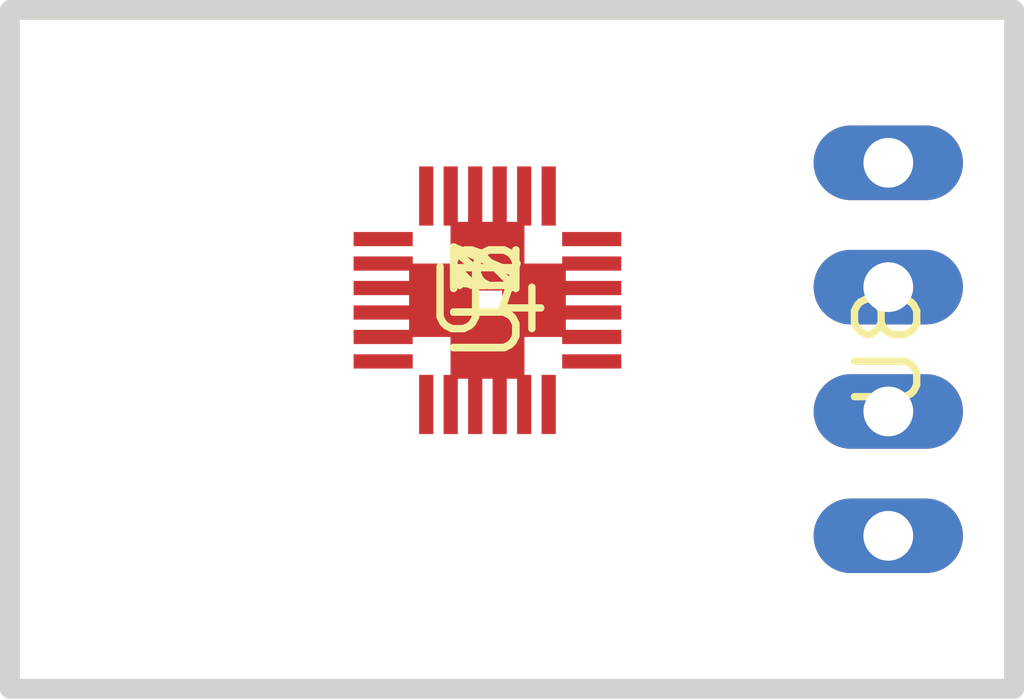
<source format=kicad_pcb>
 ( kicad_pcb  ( version 20171130 )
 ( host pcbnew "(5.1.4-0-10_14)" )
 ( general  ( thickness 1.6 )
 ( drawings 4 )
 ( tracks 0 )
 ( zones 0 )
 ( modules 8 )
 ( nets 16 )
)
 ( page A4 )
 ( layers  ( 0 Top signal )
 ( 31 Bottom signal )
 ( 32 B.Adhes user )
 ( 33 F.Adhes user )
 ( 34 B.Paste user )
 ( 35 F.Paste user )
 ( 36 B.SilkS user )
 ( 37 F.SilkS user )
 ( 38 B.Mask user )
 ( 39 F.Mask user )
 ( 40 Dwgs.User user )
 ( 41 Cmts.User user )
 ( 42 Eco1.User user )
 ( 43 Eco2.User user )
 ( 44 Edge.Cuts user )
 ( 45 Margin user )
 ( 46 B.CrtYd user )
 ( 47 F.CrtYd user )
 ( 48 B.Fab user )
 ( 49 F.Fab user )
)
 ( setup  ( last_trace_width 0.3048 )
 ( trace_clearance 0.1524 )
 ( zone_clearance 0.508 )
 ( zone_45_only no )
 ( trace_min 0.2 )
 ( via_size 0.8 )
 ( via_drill 0.4 )
 ( via_min_size 0.4 )
 ( via_min_drill 0.3 )
 ( uvia_size 0.3 )
 ( uvia_drill 0.1 )
 ( uvias_allowed yes )
 ( uvia_min_size 0.2 )
 ( uvia_min_drill 0.1 )
 ( edge_width 0.05 )
 ( segment_width 0.2 )
 ( pcb_text_width 0.3 )
 ( pcb_text_size 1.5 1.5 )
 ( mod_edge_width 0.12 )
 ( mod_text_size 1 1 )
 ( mod_text_width 0.15 )
 ( pad_size 1.524 1.524 )
 ( pad_drill 0.762 )
 ( pad_to_mask_clearance 0.051 )
 ( solder_mask_min_width 0.25 )
 ( aux_axis_origin 0 0 )
 ( visible_elements 7FFFFFFF )
 ( pcbplotparams  ( layerselection 0x010fc_ffffffff )
 ( usegerberextensions false )
 ( usegerberattributes false )
 ( usegerberadvancedattributes false )
 ( creategerberjobfile false )
 ( excludeedgelayer true )
 ( linewidth 0.100000 )
 ( plotframeref false )
 ( viasonmask false )
 ( mode 1 )
 ( useauxorigin false )
 ( hpglpennumber 1 )
 ( hpglpenspeed 20 )
 ( hpglpendiameter 15.000000 )
 ( psnegative false )
 ( psa4output false )
 ( plotreference true )
 ( plotvalue true )
 ( plotinvisibletext false )
 ( padsonsilk false )
 ( subtractmaskfromsilk false )
 ( outputformat 1 )
 ( mirror false )
 ( drillshape 1 )
 ( scaleselection 1 )
 ( outputdirectory "" )
)
)
 ( net 0 "" )
 ( net 1 GND )
 ( net 2 VDD )
 ( net 3 /SDA )
 ( net 4 /SCL )
 ( net 5 "Net-(R2-Pad1)" )
 ( net 6 "Net-(R1-Pad1)" )
 ( net 7 "Net-(U1-Pad14)" )
 ( net 8 "Net-(U1-Pad13)" )
 ( net 9 "Net-(U1-Pad12)" )
 ( net 10 "Net-(U1-Pad11)" )
 ( net 11 "Net-(U1-Pad10)" )
 ( net 12 "Net-(C1-Pad1)" )
 ( net 13 "Net-(C1-Pad2)" )
 ( net 14 "Net-(C2-Pad2)" )
 ( net 15 "Net-(U1-Pad1)" )
 ( net_class Default "This is the default net class."  ( clearance 0.1524 )
 ( trace_width 0.3048 )
 ( via_dia 0.8 )
 ( via_drill 0.4 )
 ( uvia_dia 0.3 )
 ( uvia_drill 0.1 )
 ( add_net /SCL )
 ( add_net /SDA )
 ( add_net GND )
 ( add_net "Net-(C1-Pad1)" )
 ( add_net "Net-(C1-Pad2)" )
 ( add_net "Net-(C2-Pad2)" )
 ( add_net "Net-(R1-Pad1)" )
 ( add_net "Net-(R2-Pad1)" )
 ( add_net "Net-(U1-Pad1)" )
 ( add_net "Net-(U1-Pad10)" )
 ( add_net "Net-(U1-Pad11)" )
 ( add_net "Net-(U1-Pad12)" )
 ( add_net "Net-(U1-Pad13)" )
 ( add_net "Net-(U1-Pad14)" )
 ( add_net VDD )
)
 ( module imu:C0805  ( layer Top )
 ( tedit 5DCDEC05 )
 ( tstamp 5DC8EB23 )
 ( at 148.000000 104.000000 270.000000 )
 ( descr <b>CAPACITOR</b><p> )
 ( path /A60240AA )
 ( fp_text reference U1  ( at 0 0 270 )
 ( layer F.SilkS )
 ( effects  ( font  ( size 1.27 1.27 )
 ( thickness 0.15 )
)
)
)
 ( fp_text value ""  ( at 0 0 270 )
 ( layer F.SilkS )
 ( effects  ( font  ( size 1.27 1.27 )
 ( thickness 0.15 )
)
)
)
 ( fp_poly  ( pts  ( xy -1.97 -0.98 )
 ( xy 1.97 -0.98 )
 ( xy 1.97 0.98 )
 ( xy -1.97 0.98 )
)
 ( layer F.CrtYd )
 ( width 0.05 )
)
 ( pad 2 smd rect  ( at 0.95 0 270.000000 )
 ( size 1.3 1.5 )
 ( layers Top F.Mask F.Paste )
 ( net 1 GND )
 ( solder_mask_margin 0.1016 )
)
 ( pad 1 smd rect  ( at -0.95 0 270.000000 )
 ( size 1.3 1.5 )
 ( layers Top F.Mask F.Paste )
 ( net 2 VDD )
 ( solder_mask_margin 0.1016 )
)
)
 ( module imu:C0805  ( layer Top )
 ( tedit 5DCDEC05 )
 ( tstamp 5DC8EB31 )
 ( at 148.000000 104.000000 270.000000 )
 ( descr <b>CAPACITOR</b><p> )
 ( path /C3EA450F )
 ( fp_text reference U2  ( at 0 0 270 )
 ( layer F.SilkS )
 ( effects  ( font  ( size 1.27 1.27 )
 ( thickness 0.15 )
)
)
)
 ( fp_text value ""  ( at 0 0 270 )
 ( layer F.SilkS )
 ( effects  ( font  ( size 1.27 1.27 )
 ( thickness 0.15 )
)
)
)
 ( fp_poly  ( pts  ( xy -1.97 -0.98 )
 ( xy 1.97 -0.98 )
 ( xy 1.97 0.98 )
 ( xy -1.97 0.98 )
)
 ( layer F.CrtYd )
 ( width 0.05 )
)
 ( pad 2 smd rect  ( at 0.95 0 270.000000 )
 ( size 1.3 1.5 )
 ( layers Top F.Mask F.Paste )
 ( net 1 GND )
 ( solder_mask_margin 0.1016 )
)
 ( pad 1 smd rect  ( at -0.95 0 270.000000 )
 ( size 1.3 1.5 )
 ( layers Top F.Mask F.Paste )
 ( net 2 VDD )
 ( solder_mask_margin 0.1016 )
)
)
 ( module imu:C0805  ( layer Top )
 ( tedit 5DCDEC05 )
 ( tstamp 5DC8EB3F )
 ( at 148.000000 104.000000 90.000000 )
 ( descr <b>CAPACITOR</b><p> )
 ( path /7A0BA227 )
 ( fp_text reference U3  ( at 0 0 90 )
 ( layer F.SilkS )
 ( effects  ( font  ( size 1.27 1.27 )
 ( thickness 0.15 )
)
)
)
 ( fp_text value ""  ( at 0 0 90 )
 ( layer F.SilkS )
 ( effects  ( font  ( size 1.27 1.27 )
 ( thickness 0.15 )
)
)
)
 ( fp_poly  ( pts  ( xy -1.97 -0.98 )
 ( xy 1.97 -0.98 )
 ( xy 1.97 0.98 )
 ( xy -1.97 0.98 )
)
 ( layer F.CrtYd )
 ( width 0.05 )
)
 ( pad 2 smd rect  ( at 0.95 0 90.000000 )
 ( size 1.3 1.5 )
 ( layers Top F.Mask F.Paste )
 ( net 13 "Net-(C1-Pad2)" )
 ( solder_mask_margin 0.1016 )
)
 ( pad 1 smd rect  ( at -0.95 0 90.000000 )
 ( size 1.3 1.5 )
 ( layers Top F.Mask F.Paste )
 ( net 12 "Net-(C1-Pad1)" )
 ( solder_mask_margin 0.1016 )
)
)
 ( module imu:C0805  ( layer Top )
 ( tedit 5DCDEC05 )
 ( tstamp 5DC8EB4D )
 ( at 148.000000 104.000000 180.000000 )
 ( descr <b>CAPACITOR</b><p> )
 ( path /39D9FF9F )
 ( fp_text reference U4  ( at 0 0 180 )
 ( layer F.SilkS )
 ( effects  ( font  ( size 1.27 1.27 )
 ( thickness 0.15 )
)
)
)
 ( fp_text value ""  ( at 0 0 180 )
 ( layer F.SilkS )
 ( effects  ( font  ( size 1.27 1.27 )
 ( thickness 0.15 )
)
)
)
 ( fp_poly  ( pts  ( xy -1.97 -0.98 )
 ( xy 1.97 -0.98 )
 ( xy 1.97 0.98 )
 ( xy -1.97 0.98 )
)
 ( layer F.CrtYd )
 ( width 0.05 )
)
 ( pad 2 smd rect  ( at 0.95 0 180.000000 )
 ( size 1.3 1.5 )
 ( layers Top F.Mask F.Paste )
 ( net 14 "Net-(C2-Pad2)" )
 ( solder_mask_margin 0.1016 )
)
 ( pad 1 smd rect  ( at -0.95 0 180.000000 )
 ( size 1.3 1.5 )
 ( layers Top F.Mask F.Paste )
 ( net 1 GND )
 ( solder_mask_margin 0.1016 )
)
)
 ( module imu:LGA-24  ( layer Top )
 ( tedit 5DCDEC7A )
 ( tstamp 5DC8EAD5 )
 ( at 148.000000 104.000000 270.000000 )
 ( descr "<h3>LGA 4x4x1 mm 24-lead</h3>\n<ul><li>0.5mm pitch</li>\n<li>Pads are 0.35x0.2 mm square</li>\n</ul>\n<p>This package is used for:<p>\n<ul><li>ST Micro LSM9DS0 3D accel/gyro/mag</li></ul>" )
 ( path /94FABF20 )
 ( fp_text reference U5  ( at 0 0 270 )
 ( layer F.SilkS )
 ( effects  ( font  ( size 1.27 1.27 )
 ( thickness 0.15 )
)
)
)
 ( fp_text value ""  ( at 0 0 270 )
 ( layer F.SilkS )
 ( effects  ( font  ( size 1.27 1.27 )
 ( thickness 0.15 )
)
)
)
 ( fp_poly  ( pts  ( xy -3 -3 )
 ( xy 3 -3 )
 ( xy 3 3 )
 ( xy -3 3 )
)
 ( layer F.CrtYd )
 ( width 0.1 )
)
 ( pad 24 smd rect  ( at -1.25 -2.129 270.000000 )
 ( size 0.29 1.208 )
 ( layers Top F.Mask F.Paste )
 ( net 3 /SDA )
 ( solder_mask_margin 0.1016 )
)
 ( pad 23 smd rect  ( at -0.75 -2.129 270.000000 )
 ( size 0.29 1.208 )
 ( layers Top F.Mask F.Paste )
 ( net 1 GND )
 ( solder_mask_margin 0.1016 )
)
 ( pad 22 smd rect  ( at -0.25 -2.129 270.000000 )
 ( size 0.29 1.208 )
 ( layers Top F.Mask F.Paste )
 ( net 1 GND )
 ( solder_mask_margin 0.1016 )
)
 ( pad 21 smd rect  ( at 0.25 -2.129 270.000000 )
 ( size 0.29 1.208 )
 ( layers Top F.Mask F.Paste )
 ( net 4 /SCL )
 ( solder_mask_margin 0.1016 )
)
 ( pad 20 smd rect  ( at 0.75 -2.129 270.000000 )
 ( size 0.29 1.208 )
 ( layers Top F.Mask F.Paste )
 ( net 5 "Net-(R2-Pad1)" )
 ( solder_mask_margin 0.1016 )
)
 ( pad 19 smd rect  ( at 1.25 -2.129 270.000000 )
 ( size 0.29 1.208 )
 ( layers Top F.Mask F.Paste )
 ( net 6 "Net-(R1-Pad1)" )
 ( solder_mask_margin 0.1016 )
)
 ( pad 18 smd rect  ( at 2.129 -1.25 180.000000 )
 ( size 0.29 1.208 )
 ( layers Top F.Mask F.Paste )
 ( net 2 VDD )
 ( solder_mask_margin 0.1016 )
)
 ( pad 17 smd rect  ( at 2.129 -0.75 180.000000 )
 ( size 0.29 1.208 )
 ( layers Top F.Mask F.Paste )
 ( net 2 VDD )
 ( solder_mask_margin 0.1016 )
)
 ( pad 16 smd rect  ( at 2.129 -0.25 180.000000 )
 ( size 0.29 1.208 )
 ( layers Top F.Mask F.Paste )
 ( net 2 VDD )
 ( solder_mask_margin 0.1016 )
)
 ( pad 15 smd rect  ( at 2.129 0.25 180.000000 )
 ( size 0.29 1.208 )
 ( layers Top F.Mask F.Paste )
 ( net 2 VDD )
 ( solder_mask_margin 0.1016 )
)
 ( pad 14 smd rect  ( at 2.129 0.75 180.000000 )
 ( size 0.29 1.208 )
 ( layers Top F.Mask F.Paste )
 ( net 7 "Net-(U1-Pad14)" )
 ( solder_mask_margin 0.1016 )
)
 ( pad 13 smd rect  ( at 2.129 1.25 180.000000 )
 ( size 0.29 1.208 )
 ( layers Top F.Mask F.Paste )
 ( net 8 "Net-(U1-Pad13)" )
 ( solder_mask_margin 0.1016 )
)
 ( pad 12 smd rect  ( at 1.25 2.129 90.000000 )
 ( size 0.29 1.208 )
 ( layers Top F.Mask F.Paste )
 ( net 9 "Net-(U1-Pad12)" )
 ( solder_mask_margin 0.1016 )
)
 ( pad 11 smd rect  ( at 0.75 2.129 90.000000 )
 ( size 0.29 1.208 )
 ( layers Top F.Mask F.Paste )
 ( net 10 "Net-(U1-Pad11)" )
 ( solder_mask_margin 0.1016 )
)
 ( pad 10 smd rect  ( at 0.25 2.129 90.000000 )
 ( size 0.29 1.208 )
 ( layers Top F.Mask F.Paste )
 ( net 11 "Net-(U1-Pad10)" )
 ( solder_mask_margin 0.1016 )
)
 ( pad 9 smd rect  ( at -0.25 2.129 90.000000 )
 ( size 0.29 1.208 )
 ( layers Top F.Mask F.Paste )
 ( net 12 "Net-(C1-Pad1)" )
 ( solder_mask_margin 0.1016 )
)
 ( pad 8 smd rect  ( at -0.75 2.129 90.000000 )
 ( size 0.29 1.208 )
 ( layers Top F.Mask F.Paste )
 ( net 13 "Net-(C1-Pad2)" )
 ( solder_mask_margin 0.1016 )
)
 ( pad 7 smd rect  ( at -1.25 2.129 90.000000 )
 ( size 0.29 1.208 )
 ( layers Top F.Mask F.Paste )
 ( net 14 "Net-(C2-Pad2)" )
 ( solder_mask_margin 0.1016 )
)
 ( pad 6 smd rect  ( at -2.129 1.25 )
 ( size 0.29 1.208 )
 ( layers Top F.Mask F.Paste )
 ( net 1 GND )
 ( solder_mask_margin 0.1016 )
)
 ( pad 5 smd rect  ( at -2.129 0.75 )
 ( size 0.29 1.208 )
 ( layers Top F.Mask F.Paste )
 ( net 1 GND )
 ( solder_mask_margin 0.1016 )
)
 ( pad 4 smd rect  ( at -2.129 0.25 )
 ( size 0.29 1.208 )
 ( layers Top F.Mask F.Paste )
 ( net 1 GND )
 ( solder_mask_margin 0.1016 )
)
 ( pad 3 smd rect  ( at -2.129 -0.25 )
 ( size 0.29 1.208 )
 ( layers Top F.Mask F.Paste )
 ( net 1 GND )
 ( solder_mask_margin 0.1016 )
)
 ( pad 2 smd rect  ( at -2.129 -0.75 )
 ( size 0.29 1.208 )
 ( layers Top F.Mask F.Paste )
 ( net 1 GND )
 ( solder_mask_margin 0.1016 )
)
 ( pad 1 smd rect  ( at -2.129 -1.25 )
 ( size 0.29 1.208 )
 ( layers Top F.Mask F.Paste )
 ( net 15 "Net-(U1-Pad1)" )
 ( solder_mask_margin 0.1016 )
)
)
 ( module imu:R0805  ( layer Top )
 ( tedit 5DCDEBD1 )
 ( tstamp 5DC8EB5B )
 ( at 148.000000 104.000000 270.000000 )
 ( descr "<b>RESISTOR</b><p>\nchip" )
 ( path /5FC72806 )
 ( fp_text reference U6  ( at 0 0 270 )
 ( layer F.SilkS )
 ( effects  ( font  ( size 1.27 1.27 )
 ( thickness 0.15 )
)
)
)
 ( fp_text value ""  ( at 0 0 270 )
 ( layer F.SilkS )
 ( effects  ( font  ( size 1.27 1.27 )
 ( thickness 0.15 )
)
)
)
 ( fp_poly  ( pts  ( xy -2 -1 )
 ( xy 2 -1 )
 ( xy 2 1 )
 ( xy -2 1 )
)
 ( layer F.CrtYd )
 ( width 0.1 )
)
 ( pad 2 smd rect  ( at 0.85 0 270.000000 )
 ( size 1.3 1.5 )
 ( layers Top F.Mask F.Paste )
 ( net 2 VDD )
 ( solder_mask_margin 0.1016 )
)
 ( pad 1 smd rect  ( at -0.85 0 270.000000 )
 ( size 1.3 1.5 )
 ( layers Top F.Mask F.Paste )
 ( net 6 "Net-(R1-Pad1)" )
 ( solder_mask_margin 0.1016 )
)
)
 ( module imu:R0805  ( layer Top )
 ( tedit 5DCDEBD1 )
 ( tstamp 5DC8EB69 )
 ( at 148.000000 104.000000 270.000000 )
 ( descr "<b>RESISTOR</b><p>\nchip" )
 ( path /8EFFCFBB )
 ( fp_text reference U7  ( at 0 0 270 )
 ( layer F.SilkS )
 ( effects  ( font  ( size 1.27 1.27 )
 ( thickness 0.15 )
)
)
)
 ( fp_text value ""  ( at 0 0 270 )
 ( layer F.SilkS )
 ( effects  ( font  ( size 1.27 1.27 )
 ( thickness 0.15 )
)
)
)
 ( fp_poly  ( pts  ( xy -2 -1 )
 ( xy 2 -1 )
 ( xy 2 1 )
 ( xy -2 1 )
)
 ( layer F.CrtYd )
 ( width 0.1 )
)
 ( pad 2 smd rect  ( at 0.85 0 270.000000 )
 ( size 1.3 1.5 )
 ( layers Top F.Mask F.Paste )
 ( net 2 VDD )
 ( solder_mask_margin 0.1016 )
)
 ( pad 1 smd rect  ( at -0.85 0 270.000000 )
 ( size 1.3 1.5 )
 ( layers Top F.Mask F.Paste )
 ( net 5 "Net-(R2-Pad1)" )
 ( solder_mask_margin 0.1016 )
)
)
 ( module imu:MA04-1 locked  ( layer Top )
 ( tedit 5DCDED3B )
 ( tstamp 5DC8EB77 )
 ( at 156.183000 105.002000 90.000000 )
 ( descr "<b>PIN HEADER</b>" )
 ( path /4C9F70DA )
 ( fp_text reference U8  ( at 0 0 90 )
 ( layer F.SilkS )
 ( effects  ( font  ( size 1.27 1.27 )
 ( thickness 0.15 )
)
)
)
 ( fp_text value ""  ( at 0 0 90 )
 ( layer F.SilkS )
 ( effects  ( font  ( size 1.27 1.27 )
 ( thickness 0.15 )
)
)
)
 ( fp_poly  ( pts  ( xy -5 -1.75 )
 ( xy 5 -1.75 )
 ( xy 5 1.75 )
 ( xy -5 1.75 )
)
 ( layer F.CrtYd )
 ( width 0.1 )
)
 ( fp_poly  ( pts  ( xy -5 -1.75 )
 ( xy 5 -1.75 )
 ( xy 5 1.75 )
 ( xy -5 1.75 )
)
 ( layer B.CrtYd )
 ( width 0.1 )
)
 ( pad 1 thru_hole oval  ( at -3.81 0 180.000000 )
 ( size 3.048 1.524 )
 ( drill 1.016 )
 ( layers *.Cu *.Mask )
 ( net 2 VDD )
 ( solder_mask_margin 0.1016 )
)
 ( pad 2 thru_hole oval  ( at -1.27 0 180.000000 )
 ( size 3.048 1.524 )
 ( drill 1.016 )
 ( layers *.Cu *.Mask )
 ( net 4 /SCL )
 ( solder_mask_margin 0.1016 )
)
 ( pad 3 thru_hole oval  ( at 1.27 0 180.000000 )
 ( size 3.048 1.524 )
 ( drill 1.016 )
 ( layers *.Cu *.Mask )
 ( net 3 /SDA )
 ( solder_mask_margin 0.1016 )
)
 ( pad 4 thru_hole oval  ( at 3.81 0 180.000000 )
 ( size 3.048 1.524 )
 ( drill 1.016 )
 ( layers *.Cu *.Mask )
 ( net 1 GND )
 ( solder_mask_margin 0.1016 )
)
)
 ( gr_line  ( start 138.2522 111.9378 )
 ( end 138.2522 98.0694 )
 ( layer Edge.Cuts )
 ( width 0.4064 )
 ( tstamp 1CAD9470 )
)
 ( gr_line  ( start 138.2522 98.0694 )
 ( end 158.75 98.0694 )
 ( layer Edge.Cuts )
 ( width 0.4064 )
 ( tstamp 1CAD8750 )
)
 ( gr_line  ( start 158.75 98.0694 )
 ( end 158.75 111.9378 )
 ( layer Edge.Cuts )
 ( width 0.4064 )
 ( tstamp 1CAD8CF0 )
)
 ( gr_line  ( start 158.75 111.9378 )
 ( end 138.2522 111.9378 )
 ( layer Edge.Cuts )
 ( width 0.4064 )
 ( tstamp 1CAD9BF0 )
)
)

</source>
